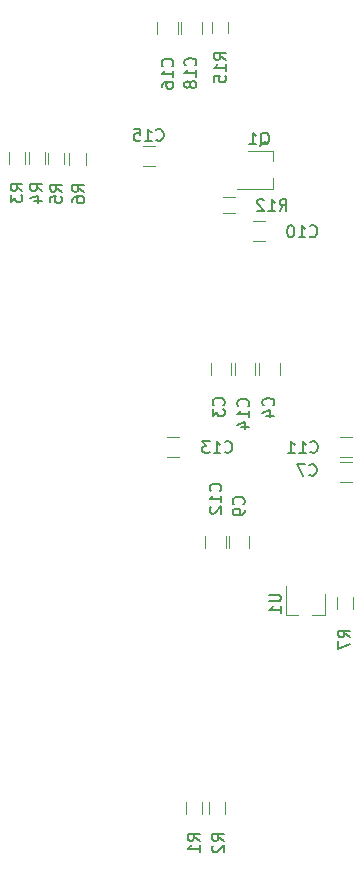
<source format=gbo>
G04 #@! TF.FileFunction,Legend,Bot*
%FSLAX46Y46*%
G04 Gerber Fmt 4.6, Leading zero omitted, Abs format (unit mm)*
G04 Created by KiCad (PCBNEW 4.0.4-stable) date 02/19/22 22:26:41*
%MOMM*%
%LPD*%
G01*
G04 APERTURE LIST*
%ADD10C,0.100000*%
%ADD11C,0.120000*%
%ADD12C,0.150000*%
G04 APERTURE END LIST*
D10*
D11*
X111047900Y-82342100D02*
X111047900Y-83342100D01*
X109347900Y-83342100D02*
X109347900Y-82342100D01*
X115124600Y-82342100D02*
X115124600Y-83342100D01*
X113424600Y-83342100D02*
X113424600Y-82342100D01*
X121251600Y-92404300D02*
X120251600Y-92404300D01*
X120251600Y-90704300D02*
X121251600Y-90704300D01*
X110833800Y-98023300D02*
X110833800Y-97023300D01*
X112533800Y-97023300D02*
X112533800Y-98023300D01*
X113860200Y-71995400D02*
X112860200Y-71995400D01*
X112860200Y-70295400D02*
X113860200Y-70295400D01*
X120277000Y-88646900D02*
X121277000Y-88646900D01*
X121277000Y-90346900D02*
X120277000Y-90346900D01*
X110552600Y-97023300D02*
X110552600Y-98023300D01*
X108852600Y-98023300D02*
X108852600Y-97023300D01*
X105595800Y-88596100D02*
X106595800Y-88596100D01*
X106595800Y-90296100D02*
X105595800Y-90296100D01*
X113067200Y-82342100D02*
X113067200Y-83342100D01*
X111367200Y-83342100D02*
X111367200Y-82342100D01*
X103538400Y-63983500D02*
X104538400Y-63983500D01*
X104538400Y-65683500D02*
X103538400Y-65683500D01*
X104788600Y-54500400D02*
X104788600Y-53500400D01*
X106488600Y-53500400D02*
X106488600Y-54500400D01*
X106820600Y-54525800D02*
X106820600Y-53525800D01*
X108520600Y-53525800D02*
X108520600Y-54525800D01*
X114587600Y-65289200D02*
X114587600Y-64379200D01*
X114587600Y-67589200D02*
X114587600Y-66689200D01*
X111512600Y-67599200D02*
X114587600Y-67599200D01*
X112437600Y-64379200D02*
X114587600Y-64379200D01*
X107168400Y-119502300D02*
X107168400Y-120502300D01*
X108528400Y-120502300D02*
X108528400Y-119502300D01*
X109175000Y-119540400D02*
X109175000Y-120540400D01*
X110535000Y-120540400D02*
X110535000Y-119540400D01*
X92245900Y-64511300D02*
X92245900Y-65511300D01*
X93605900Y-65511300D02*
X93605900Y-64511300D01*
X93871500Y-64485900D02*
X93871500Y-65485900D01*
X95231500Y-65485900D02*
X95231500Y-64485900D01*
X95547900Y-64549400D02*
X95547900Y-65549400D01*
X96907900Y-65549400D02*
X96907900Y-64549400D01*
X97338600Y-64600200D02*
X97338600Y-65600200D01*
X98698600Y-65600200D02*
X98698600Y-64600200D01*
X119995400Y-102179500D02*
X119995400Y-103179500D01*
X121355400Y-103179500D02*
X121355400Y-102179500D01*
X110345600Y-69641000D02*
X111345600Y-69641000D01*
X111345600Y-68281000D02*
X110345600Y-68281000D01*
X110789000Y-54449600D02*
X110789000Y-53449600D01*
X109429000Y-53449600D02*
X109429000Y-54449600D01*
X115647200Y-101280300D02*
X115647200Y-103680300D01*
X115647200Y-103680300D02*
X116697200Y-103680300D01*
X118947200Y-101880300D02*
X118947200Y-103680300D01*
X118947200Y-103680300D02*
X117897200Y-103680300D01*
D12*
X110377243Y-85926634D02*
X110424862Y-85879015D01*
X110472481Y-85736158D01*
X110472481Y-85640920D01*
X110424862Y-85498062D01*
X110329624Y-85402824D01*
X110234386Y-85355205D01*
X110043910Y-85307586D01*
X109901052Y-85307586D01*
X109710576Y-85355205D01*
X109615338Y-85402824D01*
X109520100Y-85498062D01*
X109472481Y-85640920D01*
X109472481Y-85736158D01*
X109520100Y-85879015D01*
X109567719Y-85926634D01*
X109472481Y-86259967D02*
X109472481Y-86879015D01*
X109853433Y-86545681D01*
X109853433Y-86688539D01*
X109901052Y-86783777D01*
X109948671Y-86831396D01*
X110043910Y-86879015D01*
X110282005Y-86879015D01*
X110377243Y-86831396D01*
X110424862Y-86783777D01*
X110472481Y-86688539D01*
X110472481Y-86402824D01*
X110424862Y-86307586D01*
X110377243Y-86259967D01*
X114580943Y-85952034D02*
X114628562Y-85904415D01*
X114676181Y-85761558D01*
X114676181Y-85666320D01*
X114628562Y-85523462D01*
X114533324Y-85428224D01*
X114438086Y-85380605D01*
X114247610Y-85332986D01*
X114104752Y-85332986D01*
X113914276Y-85380605D01*
X113819038Y-85428224D01*
X113723800Y-85523462D01*
X113676181Y-85666320D01*
X113676181Y-85761558D01*
X113723800Y-85904415D01*
X113771419Y-85952034D01*
X114009514Y-86809177D02*
X114676181Y-86809177D01*
X113628562Y-86571081D02*
X114342848Y-86332986D01*
X114342848Y-86952034D01*
X117641666Y-91835243D02*
X117689285Y-91882862D01*
X117832142Y-91930481D01*
X117927380Y-91930481D01*
X118070238Y-91882862D01*
X118165476Y-91787624D01*
X118213095Y-91692386D01*
X118260714Y-91501910D01*
X118260714Y-91359052D01*
X118213095Y-91168576D01*
X118165476Y-91073338D01*
X118070238Y-90978100D01*
X117927380Y-90930481D01*
X117832142Y-90930481D01*
X117689285Y-90978100D01*
X117641666Y-91025719D01*
X117308333Y-90930481D02*
X116641666Y-90930481D01*
X117070238Y-91930481D01*
X112066343Y-94308634D02*
X112113962Y-94261015D01*
X112161581Y-94118158D01*
X112161581Y-94022920D01*
X112113962Y-93880062D01*
X112018724Y-93784824D01*
X111923486Y-93737205D01*
X111733010Y-93689586D01*
X111590152Y-93689586D01*
X111399676Y-93737205D01*
X111304438Y-93784824D01*
X111209200Y-93880062D01*
X111161581Y-94022920D01*
X111161581Y-94118158D01*
X111209200Y-94261015D01*
X111256819Y-94308634D01*
X112161581Y-94784824D02*
X112161581Y-94975300D01*
X112113962Y-95070539D01*
X112066343Y-95118158D01*
X111923486Y-95213396D01*
X111733010Y-95261015D01*
X111352057Y-95261015D01*
X111256819Y-95213396D01*
X111209200Y-95165777D01*
X111161581Y-95070539D01*
X111161581Y-94880062D01*
X111209200Y-94784824D01*
X111256819Y-94737205D01*
X111352057Y-94689586D01*
X111590152Y-94689586D01*
X111685390Y-94737205D01*
X111733010Y-94784824D01*
X111780629Y-94880062D01*
X111780629Y-95070539D01*
X111733010Y-95165777D01*
X111685390Y-95213396D01*
X111590152Y-95261015D01*
X117686057Y-71604143D02*
X117733676Y-71651762D01*
X117876533Y-71699381D01*
X117971771Y-71699381D01*
X118114629Y-71651762D01*
X118209867Y-71556524D01*
X118257486Y-71461286D01*
X118305105Y-71270810D01*
X118305105Y-71127952D01*
X118257486Y-70937476D01*
X118209867Y-70842238D01*
X118114629Y-70747000D01*
X117971771Y-70699381D01*
X117876533Y-70699381D01*
X117733676Y-70747000D01*
X117686057Y-70794619D01*
X116733676Y-71699381D02*
X117305105Y-71699381D01*
X117019391Y-71699381D02*
X117019391Y-70699381D01*
X117114629Y-70842238D01*
X117209867Y-70937476D01*
X117305105Y-70985095D01*
X116114629Y-70699381D02*
X116019390Y-70699381D01*
X115924152Y-70747000D01*
X115876533Y-70794619D01*
X115828914Y-70889857D01*
X115781295Y-71080333D01*
X115781295Y-71318429D01*
X115828914Y-71508905D01*
X115876533Y-71604143D01*
X115924152Y-71651762D01*
X116019390Y-71699381D01*
X116114629Y-71699381D01*
X116209867Y-71651762D01*
X116257486Y-71604143D01*
X116305105Y-71508905D01*
X116352724Y-71318429D01*
X116352724Y-71080333D01*
X116305105Y-70889857D01*
X116257486Y-70794619D01*
X116209867Y-70747000D01*
X116114629Y-70699381D01*
X117736857Y-89879443D02*
X117784476Y-89927062D01*
X117927333Y-89974681D01*
X118022571Y-89974681D01*
X118165429Y-89927062D01*
X118260667Y-89831824D01*
X118308286Y-89736586D01*
X118355905Y-89546110D01*
X118355905Y-89403252D01*
X118308286Y-89212776D01*
X118260667Y-89117538D01*
X118165429Y-89022300D01*
X118022571Y-88974681D01*
X117927333Y-88974681D01*
X117784476Y-89022300D01*
X117736857Y-89069919D01*
X116784476Y-89974681D02*
X117355905Y-89974681D01*
X117070191Y-89974681D02*
X117070191Y-88974681D01*
X117165429Y-89117538D01*
X117260667Y-89212776D01*
X117355905Y-89260395D01*
X115832095Y-89974681D02*
X116403524Y-89974681D01*
X116117810Y-89974681D02*
X116117810Y-88974681D01*
X116213048Y-89117538D01*
X116308286Y-89212776D01*
X116403524Y-89260395D01*
X110110543Y-93197443D02*
X110158162Y-93149824D01*
X110205781Y-93006967D01*
X110205781Y-92911729D01*
X110158162Y-92768871D01*
X110062924Y-92673633D01*
X109967686Y-92626014D01*
X109777210Y-92578395D01*
X109634352Y-92578395D01*
X109443876Y-92626014D01*
X109348638Y-92673633D01*
X109253400Y-92768871D01*
X109205781Y-92911729D01*
X109205781Y-93006967D01*
X109253400Y-93149824D01*
X109301019Y-93197443D01*
X110205781Y-94149824D02*
X110205781Y-93578395D01*
X110205781Y-93864109D02*
X109205781Y-93864109D01*
X109348638Y-93768871D01*
X109443876Y-93673633D01*
X109491495Y-93578395D01*
X109301019Y-94530776D02*
X109253400Y-94578395D01*
X109205781Y-94673633D01*
X109205781Y-94911729D01*
X109253400Y-95006967D01*
X109301019Y-95054586D01*
X109396257Y-95102205D01*
X109491495Y-95102205D01*
X109634352Y-95054586D01*
X110205781Y-94483157D01*
X110205781Y-95102205D01*
X110497857Y-89879443D02*
X110545476Y-89927062D01*
X110688333Y-89974681D01*
X110783571Y-89974681D01*
X110926429Y-89927062D01*
X111021667Y-89831824D01*
X111069286Y-89736586D01*
X111116905Y-89546110D01*
X111116905Y-89403252D01*
X111069286Y-89212776D01*
X111021667Y-89117538D01*
X110926429Y-89022300D01*
X110783571Y-88974681D01*
X110688333Y-88974681D01*
X110545476Y-89022300D01*
X110497857Y-89069919D01*
X109545476Y-89974681D02*
X110116905Y-89974681D01*
X109831191Y-89974681D02*
X109831191Y-88974681D01*
X109926429Y-89117538D01*
X110021667Y-89212776D01*
X110116905Y-89260395D01*
X109212143Y-88974681D02*
X108593095Y-88974681D01*
X108926429Y-89355633D01*
X108783571Y-89355633D01*
X108688333Y-89403252D01*
X108640714Y-89450871D01*
X108593095Y-89546110D01*
X108593095Y-89784205D01*
X108640714Y-89879443D01*
X108688333Y-89927062D01*
X108783571Y-89974681D01*
X109069286Y-89974681D01*
X109164524Y-89927062D01*
X109212143Y-89879443D01*
X112447343Y-86009243D02*
X112494962Y-85961624D01*
X112542581Y-85818767D01*
X112542581Y-85723529D01*
X112494962Y-85580671D01*
X112399724Y-85485433D01*
X112304486Y-85437814D01*
X112114010Y-85390195D01*
X111971152Y-85390195D01*
X111780676Y-85437814D01*
X111685438Y-85485433D01*
X111590200Y-85580671D01*
X111542581Y-85723529D01*
X111542581Y-85818767D01*
X111590200Y-85961624D01*
X111637819Y-86009243D01*
X112542581Y-86961624D02*
X112542581Y-86390195D01*
X112542581Y-86675909D02*
X111542581Y-86675909D01*
X111685438Y-86580671D01*
X111780676Y-86485433D01*
X111828295Y-86390195D01*
X111875914Y-87818767D02*
X112542581Y-87818767D01*
X111494962Y-87580671D02*
X112209248Y-87342576D01*
X112209248Y-87961624D01*
X104681257Y-63440643D02*
X104728876Y-63488262D01*
X104871733Y-63535881D01*
X104966971Y-63535881D01*
X105109829Y-63488262D01*
X105205067Y-63393024D01*
X105252686Y-63297786D01*
X105300305Y-63107310D01*
X105300305Y-62964452D01*
X105252686Y-62773976D01*
X105205067Y-62678738D01*
X105109829Y-62583500D01*
X104966971Y-62535881D01*
X104871733Y-62535881D01*
X104728876Y-62583500D01*
X104681257Y-62631119D01*
X103728876Y-63535881D02*
X104300305Y-63535881D01*
X104014591Y-63535881D02*
X104014591Y-62535881D01*
X104109829Y-62678738D01*
X104205067Y-62773976D01*
X104300305Y-62821595D01*
X102824114Y-62535881D02*
X103300305Y-62535881D01*
X103347924Y-63012071D01*
X103300305Y-62964452D01*
X103205067Y-62916833D01*
X102966971Y-62916833D01*
X102871733Y-62964452D01*
X102824114Y-63012071D01*
X102776495Y-63107310D01*
X102776495Y-63345405D01*
X102824114Y-63440643D01*
X102871733Y-63488262D01*
X102966971Y-63535881D01*
X103205067Y-63535881D01*
X103300305Y-63488262D01*
X103347924Y-63440643D01*
X106046543Y-57218343D02*
X106094162Y-57170724D01*
X106141781Y-57027867D01*
X106141781Y-56932629D01*
X106094162Y-56789771D01*
X105998924Y-56694533D01*
X105903686Y-56646914D01*
X105713210Y-56599295D01*
X105570352Y-56599295D01*
X105379876Y-56646914D01*
X105284638Y-56694533D01*
X105189400Y-56789771D01*
X105141781Y-56932629D01*
X105141781Y-57027867D01*
X105189400Y-57170724D01*
X105237019Y-57218343D01*
X106141781Y-58170724D02*
X106141781Y-57599295D01*
X106141781Y-57885009D02*
X105141781Y-57885009D01*
X105284638Y-57789771D01*
X105379876Y-57694533D01*
X105427495Y-57599295D01*
X105141781Y-59027867D02*
X105141781Y-58837390D01*
X105189400Y-58742152D01*
X105237019Y-58694533D01*
X105379876Y-58599295D01*
X105570352Y-58551676D01*
X105951305Y-58551676D01*
X106046543Y-58599295D01*
X106094162Y-58646914D01*
X106141781Y-58742152D01*
X106141781Y-58932629D01*
X106094162Y-59027867D01*
X106046543Y-59075486D01*
X105951305Y-59123105D01*
X105713210Y-59123105D01*
X105617971Y-59075486D01*
X105570352Y-59027867D01*
X105522733Y-58932629D01*
X105522733Y-58742152D01*
X105570352Y-58646914D01*
X105617971Y-58599295D01*
X105713210Y-58551676D01*
X107976943Y-57167543D02*
X108024562Y-57119924D01*
X108072181Y-56977067D01*
X108072181Y-56881829D01*
X108024562Y-56738971D01*
X107929324Y-56643733D01*
X107834086Y-56596114D01*
X107643610Y-56548495D01*
X107500752Y-56548495D01*
X107310276Y-56596114D01*
X107215038Y-56643733D01*
X107119800Y-56738971D01*
X107072181Y-56881829D01*
X107072181Y-56977067D01*
X107119800Y-57119924D01*
X107167419Y-57167543D01*
X108072181Y-58119924D02*
X108072181Y-57548495D01*
X108072181Y-57834209D02*
X107072181Y-57834209D01*
X107215038Y-57738971D01*
X107310276Y-57643733D01*
X107357895Y-57548495D01*
X107500752Y-58691352D02*
X107453133Y-58596114D01*
X107405514Y-58548495D01*
X107310276Y-58500876D01*
X107262657Y-58500876D01*
X107167419Y-58548495D01*
X107119800Y-58596114D01*
X107072181Y-58691352D01*
X107072181Y-58881829D01*
X107119800Y-58977067D01*
X107167419Y-59024686D01*
X107262657Y-59072305D01*
X107310276Y-59072305D01*
X107405514Y-59024686D01*
X107453133Y-58977067D01*
X107500752Y-58881829D01*
X107500752Y-58691352D01*
X107548371Y-58596114D01*
X107595990Y-58548495D01*
X107691229Y-58500876D01*
X107881705Y-58500876D01*
X107976943Y-58548495D01*
X108024562Y-58596114D01*
X108072181Y-58691352D01*
X108072181Y-58881829D01*
X108024562Y-58977067D01*
X107976943Y-59024686D01*
X107881705Y-59072305D01*
X107691229Y-59072305D01*
X107595990Y-59024686D01*
X107548371Y-58977067D01*
X107500752Y-58881829D01*
X113480838Y-63946019D02*
X113576076Y-63898400D01*
X113671314Y-63803162D01*
X113814171Y-63660305D01*
X113909410Y-63612686D01*
X114004648Y-63612686D01*
X113957029Y-63850781D02*
X114052267Y-63803162D01*
X114147505Y-63707924D01*
X114195124Y-63517448D01*
X114195124Y-63184114D01*
X114147505Y-62993638D01*
X114052267Y-62898400D01*
X113957029Y-62850781D01*
X113766552Y-62850781D01*
X113671314Y-62898400D01*
X113576076Y-62993638D01*
X113528457Y-63184114D01*
X113528457Y-63517448D01*
X113576076Y-63707924D01*
X113671314Y-63803162D01*
X113766552Y-63850781D01*
X113957029Y-63850781D01*
X112576076Y-63850781D02*
X113147505Y-63850781D01*
X112861791Y-63850781D02*
X112861791Y-62850781D01*
X112957029Y-62993638D01*
X113052267Y-63088876D01*
X113147505Y-63136495D01*
X108351581Y-122807434D02*
X107875390Y-122474100D01*
X108351581Y-122236005D02*
X107351581Y-122236005D01*
X107351581Y-122616958D01*
X107399200Y-122712196D01*
X107446819Y-122759815D01*
X107542057Y-122807434D01*
X107684914Y-122807434D01*
X107780152Y-122759815D01*
X107827771Y-122712196D01*
X107875390Y-122616958D01*
X107875390Y-122236005D01*
X108351581Y-123759815D02*
X108351581Y-123188386D01*
X108351581Y-123474100D02*
X107351581Y-123474100D01*
X107494438Y-123378862D01*
X107589676Y-123283624D01*
X107637295Y-123188386D01*
X110421681Y-122832834D02*
X109945490Y-122499500D01*
X110421681Y-122261405D02*
X109421681Y-122261405D01*
X109421681Y-122642358D01*
X109469300Y-122737596D01*
X109516919Y-122785215D01*
X109612157Y-122832834D01*
X109755014Y-122832834D01*
X109850252Y-122785215D01*
X109897871Y-122737596D01*
X109945490Y-122642358D01*
X109945490Y-122261405D01*
X109516919Y-123213786D02*
X109469300Y-123261405D01*
X109421681Y-123356643D01*
X109421681Y-123594739D01*
X109469300Y-123689977D01*
X109516919Y-123737596D01*
X109612157Y-123785215D01*
X109707395Y-123785215D01*
X109850252Y-123737596D01*
X110421681Y-123166167D01*
X110421681Y-123785215D01*
X93352881Y-67778334D02*
X92876690Y-67445000D01*
X93352881Y-67206905D02*
X92352881Y-67206905D01*
X92352881Y-67587858D01*
X92400500Y-67683096D01*
X92448119Y-67730715D01*
X92543357Y-67778334D01*
X92686214Y-67778334D01*
X92781452Y-67730715D01*
X92829071Y-67683096D01*
X92876690Y-67587858D01*
X92876690Y-67206905D01*
X92352881Y-68111667D02*
X92352881Y-68730715D01*
X92733833Y-68397381D01*
X92733833Y-68540239D01*
X92781452Y-68635477D01*
X92829071Y-68683096D01*
X92924310Y-68730715D01*
X93162405Y-68730715D01*
X93257643Y-68683096D01*
X93305262Y-68635477D01*
X93352881Y-68540239D01*
X93352881Y-68254524D01*
X93305262Y-68159286D01*
X93257643Y-68111667D01*
X95029281Y-67803734D02*
X94553090Y-67470400D01*
X95029281Y-67232305D02*
X94029281Y-67232305D01*
X94029281Y-67613258D01*
X94076900Y-67708496D01*
X94124519Y-67756115D01*
X94219757Y-67803734D01*
X94362614Y-67803734D01*
X94457852Y-67756115D01*
X94505471Y-67708496D01*
X94553090Y-67613258D01*
X94553090Y-67232305D01*
X94362614Y-68660877D02*
X95029281Y-68660877D01*
X93981662Y-68422781D02*
X94695948Y-68184686D01*
X94695948Y-68803734D01*
X96692981Y-67841834D02*
X96216790Y-67508500D01*
X96692981Y-67270405D02*
X95692981Y-67270405D01*
X95692981Y-67651358D01*
X95740600Y-67746596D01*
X95788219Y-67794215D01*
X95883457Y-67841834D01*
X96026314Y-67841834D01*
X96121552Y-67794215D01*
X96169171Y-67746596D01*
X96216790Y-67651358D01*
X96216790Y-67270405D01*
X95692981Y-68746596D02*
X95692981Y-68270405D01*
X96169171Y-68222786D01*
X96121552Y-68270405D01*
X96073933Y-68365643D01*
X96073933Y-68603739D01*
X96121552Y-68698977D01*
X96169171Y-68746596D01*
X96264410Y-68794215D01*
X96502505Y-68794215D01*
X96597743Y-68746596D01*
X96645362Y-68698977D01*
X96692981Y-68603739D01*
X96692981Y-68365643D01*
X96645362Y-68270405D01*
X96597743Y-68222786D01*
X98572581Y-67879934D02*
X98096390Y-67546600D01*
X98572581Y-67308505D02*
X97572581Y-67308505D01*
X97572581Y-67689458D01*
X97620200Y-67784696D01*
X97667819Y-67832315D01*
X97763057Y-67879934D01*
X97905914Y-67879934D01*
X98001152Y-67832315D01*
X98048771Y-67784696D01*
X98096390Y-67689458D01*
X98096390Y-67308505D01*
X97572581Y-68737077D02*
X97572581Y-68546600D01*
X97620200Y-68451362D01*
X97667819Y-68403743D01*
X97810676Y-68308505D01*
X98001152Y-68260886D01*
X98382105Y-68260886D01*
X98477343Y-68308505D01*
X98524962Y-68356124D01*
X98572581Y-68451362D01*
X98572581Y-68641839D01*
X98524962Y-68737077D01*
X98477343Y-68784696D01*
X98382105Y-68832315D01*
X98144010Y-68832315D01*
X98048771Y-68784696D01*
X98001152Y-68737077D01*
X97953533Y-68641839D01*
X97953533Y-68451362D01*
X98001152Y-68356124D01*
X98048771Y-68308505D01*
X98144010Y-68260886D01*
X121076981Y-105586234D02*
X120600790Y-105252900D01*
X121076981Y-105014805D02*
X120076981Y-105014805D01*
X120076981Y-105395758D01*
X120124600Y-105490996D01*
X120172219Y-105538615D01*
X120267457Y-105586234D01*
X120410314Y-105586234D01*
X120505552Y-105538615D01*
X120553171Y-105490996D01*
X120600790Y-105395758D01*
X120600790Y-105014805D01*
X120076981Y-105919567D02*
X120076981Y-106586234D01*
X121076981Y-106157662D01*
X115120657Y-69489581D02*
X115453991Y-69013390D01*
X115692086Y-69489581D02*
X115692086Y-68489581D01*
X115311133Y-68489581D01*
X115215895Y-68537200D01*
X115168276Y-68584819D01*
X115120657Y-68680057D01*
X115120657Y-68822914D01*
X115168276Y-68918152D01*
X115215895Y-68965771D01*
X115311133Y-69013390D01*
X115692086Y-69013390D01*
X114168276Y-69489581D02*
X114739705Y-69489581D01*
X114453991Y-69489581D02*
X114453991Y-68489581D01*
X114549229Y-68632438D01*
X114644467Y-68727676D01*
X114739705Y-68775295D01*
X113787324Y-68584819D02*
X113739705Y-68537200D01*
X113644467Y-68489581D01*
X113406371Y-68489581D01*
X113311133Y-68537200D01*
X113263514Y-68584819D01*
X113215895Y-68680057D01*
X113215895Y-68775295D01*
X113263514Y-68918152D01*
X113834943Y-69489581D01*
X113215895Y-69489581D01*
X110586781Y-56684943D02*
X110110590Y-56351609D01*
X110586781Y-56113514D02*
X109586781Y-56113514D01*
X109586781Y-56494467D01*
X109634400Y-56589705D01*
X109682019Y-56637324D01*
X109777257Y-56684943D01*
X109920114Y-56684943D01*
X110015352Y-56637324D01*
X110062971Y-56589705D01*
X110110590Y-56494467D01*
X110110590Y-56113514D01*
X110586781Y-57637324D02*
X110586781Y-57065895D01*
X110586781Y-57351609D02*
X109586781Y-57351609D01*
X109729638Y-57256371D01*
X109824876Y-57161133D01*
X109872495Y-57065895D01*
X109586781Y-58542086D02*
X109586781Y-58065895D01*
X110062971Y-58018276D01*
X110015352Y-58065895D01*
X109967733Y-58161133D01*
X109967733Y-58399229D01*
X110015352Y-58494467D01*
X110062971Y-58542086D01*
X110158210Y-58589705D01*
X110396305Y-58589705D01*
X110491543Y-58542086D01*
X110539162Y-58494467D01*
X110586781Y-58399229D01*
X110586781Y-58161133D01*
X110539162Y-58065895D01*
X110491543Y-58018276D01*
X114249581Y-101968395D02*
X115059105Y-101968395D01*
X115154343Y-102016014D01*
X115201962Y-102063633D01*
X115249581Y-102158871D01*
X115249581Y-102349348D01*
X115201962Y-102444586D01*
X115154343Y-102492205D01*
X115059105Y-102539824D01*
X114249581Y-102539824D01*
X115249581Y-103539824D02*
X115249581Y-102968395D01*
X115249581Y-103254109D02*
X114249581Y-103254109D01*
X114392438Y-103158871D01*
X114487676Y-103063633D01*
X114535295Y-102968395D01*
M02*

</source>
